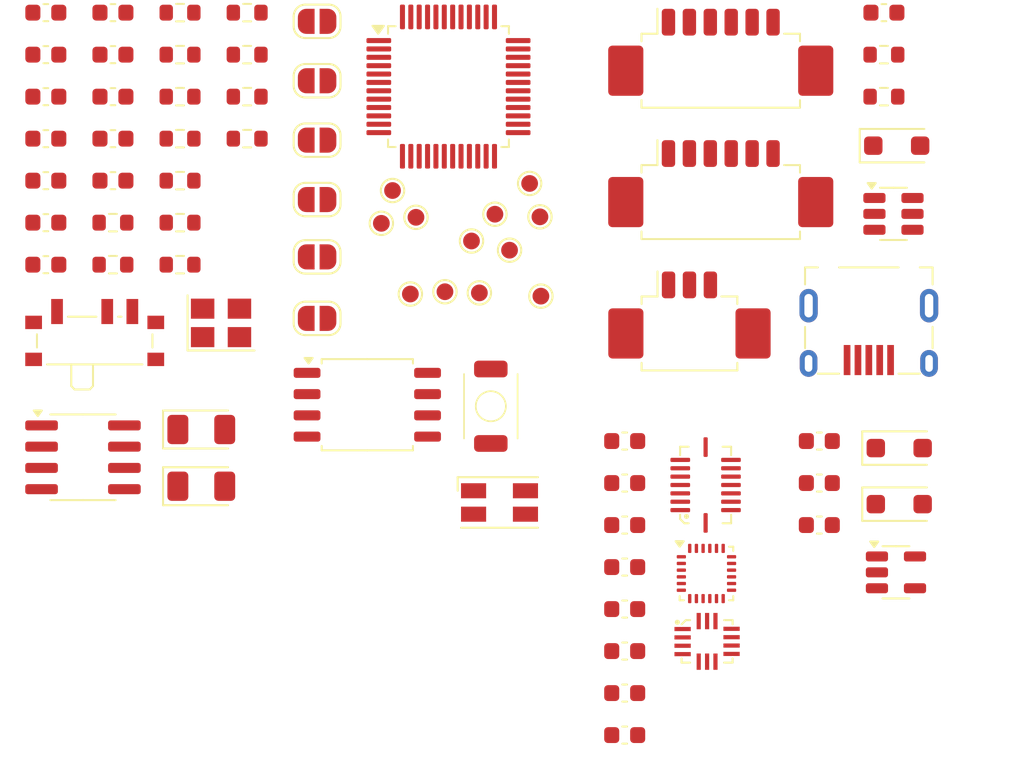
<source format=kicad_pcb>
(kicad_pcb (version 20240108) (generator "pcbnew") (generator_version "8.0")
  (layers (0 "F.Cu" signal) (31 "B.Cu" signal) (34 "B.Paste" user) (35 "F.Paste" user) (36 "B.SilkS" user "B.Silkscreen") (37 "F.SilkS" user "F.Silkscreen") (38 "B.Mask" user) (39 "F.Mask" user) (44 "Edge.Cuts" user))
  (net 0 "")
  (net 1 "GND")
  (net 2 "NRST")
  (net 3 "VDD_3V3")
  (net 4 "RCC_OSC_IN")
  (net 5 "RCC_OSC_OUT")
  (net 6 "Net-(U4-BYP)")
  (net 7 "Net-(D4-K)")
  (net 8 "VDD_5V_USB")
  (net 9 "Net-(U8-REGOUT)")
  (net 10 "Net-(D1-K)")
  (net 11 "Net-(D2-GK)")
  (net 12 "Net-(D2-RK)")
  (net 13 "Net-(D2-BK)")
  (net 14 "Net-(D3-K)")
  (net 15 "VDD_7V0")
  (net 16 "Net-(D6-K)")
  (net 17 "UART1_TX")
  (net 18 "CAN+")
  (net 19 "CAN-")
  (net 20 "/Connectors/usb_conn_d-")
  (net 21 "/Connectors/usb_conn_d+")
  (net 23 "UART1_RX")
  (net 24 "ADDR_0")
  (net 25 "ADDR_1")
  (net 26 "Net-(JP3-B)")
  (net 27 "ADDR_2")
  (net 28 "ADDR_3")
  (net 29 "ADDR_4")
  (net 30 "Net-(SW2-B)")
  (net 31 "BOOT0")
  (net 32 "LED_RGB_BLUE")
  (net 33 "LED")
  (net 34 "LED_RGB_GREEN")
  (net 35 "LED_RGB_RED")
  (net 36 "USB_D+")
  (net 37 "VBUS_DETECT")
  (net 38 "SPI_CLK")
  (net 39 "SPI_MISO")
  (net 40 "SPI_MOSI")
  (net 41 "ICM42688P_CS")
  (net 42 "MPU9250_CS")
  (net 43 "BMI088G_CS")
  (net 44 "BMI088A_CS")
  (net 45 "DEBUG_SWO")
  (net 46 "DEBUG_SWCLK")
  (net 47 "DEBUG_SWDIO")
  (net 48 "FLASH_CS")
  (net 49 "CAN_TX")
  (net 51 "CAN_RX")
  (net 71 "USB_D-")
  (net 83 "BMI088_INT2")
  (net 84 "BMI088_INT4")
  (net 85 "BMI088_INT1")
  (net 86 "BMI088_INT3")
  (net 87 "ICM42688P_INT1")
  (net 92 "ICM42688P_INT2")
  (net 94 "MPU9250_INT")
  (footprint "Diode_SMD:D_SOD-123F" (layer "F.Cu") (at 151.2575 77.425)
    (property "Reference" "D4" (hide yes))
    (property "Value" "PMEG2020EH")
    (pad "1" smd roundrect (at -1.4 0) (size 1.1 1.1) (layers "F.Cu" "F.Paste" "F.Mask") (roundrect_rratio 0.2272727273) (net 7 "Net-(D4-K)"))
    (pad "2" smd roundrect (at 1.4 0) (size 1.1 1.1) (layers "F.Cu" "F.Paste" "F.Mask") (roundrect_rratio 0.2272727273) (net 15 "VDD_7V0"))
  )
  (footprint "Capacitor_SMD:C_0603_1608Metric" (layer "F.Cu") (at 104.2725 51.405)
    (property "Reference" "C8" (hide yes))
    (property "Value" "1u")
    (pad "1" smd roundrect (at -0.775 0) (size 0.9 0.95) (layers "F.Cu" "F.Paste" "F.Mask") (net 1 "GND"))
    (pad "2" smd roundrect (at 0.775 0) (size 0.9 0.95) (layers "F.Cu" "F.Paste" "F.Mask") (net 3 "VDD_3V3"))
  )
  (footprint "Capacitor_SMD:C_0603_1608Metric" (layer "F.Cu") (at 134.8525 84.535)
    (property "Reference" "C20" (hide yes))
    (property "Value" "100n")
    (pad "1" smd roundrect (at -0.775 0) (size 0.9 0.95) (layers "F.Cu" "F.Paste" "F.Mask") (net 3 "VDD_3V3"))
    (pad "2" smd roundrect (at 0.775 0) (size 0.9 0.95) (layers "F.Cu" "F.Paste" "F.Mask") (net 1 "GND"))
  )
  (footprint "LED_SMD:LED_1206_3216Metric" (layer "F.Cu") (at 109.5525 76.315)
    (property "Reference" "D1" (hide yes))
    (property "Value" "LED")
    (pad "1" smd roundrect (at -1.4 0) (size 1.25 1.75) (layers "F.Cu" "F.Paste" "F.Mask") (roundrect_rratio 0.2) (net 10 "Net-(D1-K)"))
    (pad "2" smd roundrect (at 1.4 0) (size 1.25 1.75) (layers "F.Cu" "F.Paste" "F.Mask") (roundrect_rratio 0.2) (net 3 "VDD_3V3"))
  )
  (footprint "Capacitor_SMD:C_0603_1608Metric" (layer "F.Cu") (at 100.2625 66.465)
    (property "Reference" "C7" (hide yes))
    (property "Value" "10n")
    (pad "1" smd roundrect (at -0.775 0) (size 0.9 0.95) (layers "F.Cu" "F.Paste" "F.Mask") (net 1 "GND"))
    (pad "2" smd roundrect (at 0.775 0) (size 0.9 0.95) (layers "F.Cu" "F.Paste" "F.Mask") (net 3 "VDD_3V3"))
  )
  (footprint "Resistor_SMD:R_0603_1608Metric" (layer "F.Cu") (at 112.2925 58.935 180)
    (property "Reference" "R13" (hide yes))
    (property "Value" "120")
    (pad "1" smd roundrect (at -0.825 0 180) (size 0.8 0.95) (layers "F.Cu" "F.Paste" "F.Mask") (net 18 "CAN+"))
    (pad "2" smd roundrect (at 0.825 0 180) (size 0.8 0.95) (layers "F.Cu" "F.Paste" "F.Mask") (net 26 "Net-(JP3-B)"))
  )
  (footprint "user_lib:LGA-14_2.5x3x0.91mm" (layer "F.Cu") (at 139.776 88.975)
    (property "Reference" "U7" (hide yes))
    (property "Value" "ICM-42688-P")
    (pad "1" smd rect (at -1.4625 -0.738) (size 0.975 0.25) (layers "F.Cu" "F.Paste" "F.Mask") (net 39 "SPI_MISO"))
    (pad "2" smd rect (at -1.4625 -0.238) (size 0.975 0.25) (layers "F.Cu" "F.Paste" "F.Mask"))
    (pad "3" smd rect (at -1.4625 0.262) (size 0.975 0.25) (layers "F.Cu" "F.Paste" "F.Mask"))
    (pad "4" smd rect (at -1.4625 0.762) (size 0.975 0.25) (layers "F.Cu" "F.Paste" "F.Mask") (net 87 "ICM42688P_INT1"))
    (pad "5" smd rect (at -0.5 1.2125 90) (size 0.975 0.25) (layers "F.Cu" "F.Paste" "F.Mask") (net 3 "VDD_3V3"))
    (pad "6" smd rect (at 0 1.2125 90) (size 0.975 0.25) (layers "F.Cu" "F.Paste" "F.Mask") (net 1 "GND"))
    (pad "7" smd rect (at 0.5 1.2125 90) (size 0.975 0.25) (layers "F.Cu" "F.Paste" "F.Mask") (net 1 "GND"))
    (pad "8" smd rect (at 1.4625 0.75) (size 0.975 0.25) (layers "F.Cu" "F.Paste" "F.Mask") (net 3 "VDD_3V3"))
    (pad "9" smd rect (at 1.4625 0.25) (size 0.975 0.25) (layers "F.Cu" "F.Paste" "F.Mask") (net 92 "ICM42688P_INT2"))
    (pad "10" smd rect (at 1.4625 -0.25) (size 0.975 0.25) (layers "F.Cu" "F.Paste" "F.Mask"))
    (pad "11" smd rect (at 1.4625 -0.75) (size 0.975 0.25) (layers "F.Cu" "F.Paste" "F.Mask"))
    (pad "12" smd rect (at 0.5 -1.2125 90) (size 0.975 0.25) (layers "F.Cu" "F.Paste" "F.Mask") (net 41 "ICM42688P_CS"))
    (pad "13" smd rect (at 0 -1.2125 90) (size 0.975 0.25) (layers "F.Cu" "F.Paste" "F.Mask") (net 38 "SPI_CLK"))
    (pad "14" smd rect (at -0.5 -1.2125 90) (size 0.975 0.25) (layers "F.Cu" "F.Paste" "F.Mask") (net 40 "SPI_MOSI"))
  )
  (footprint "Capacitor_SMD:C_0603_1608Metric" (layer "F.Cu") (at 104.2725 61.445)
    (property "Reference" "C12" (hide yes))
    (property "Value" "100n")
    (pad "1" smd roundrect (at -0.775 0) (size 0.9 0.95) (layers "F.Cu" "F.Paste" "F.Mask") (net 1 "GND"))
    (pad "2" smd roundrect (at 0.775 0) (size 0.9 0.95) (layers "F.Cu" "F.Paste" "F.Mask") (net 3 "VDD_3V3"))
  )
  (footprint "Resistor_SMD:R_0603_1608Metric" (layer "F.Cu") (at 108.2825 63.955)
    (property "Reference" "R8" (hide yes))
    (property "Value" "10k")
    (pad "1" smd roundrect (at -0.825 0) (size 0.8 0.95) (layers "F.Cu" "F.Paste" "F.Mask") (net 29 "ADDR_4"))
    (pad "2" smd roundrect (at 0.825 0) (size 0.8 0.95) (layers "F.Cu" "F.Paste" "F.Mask") (net 3 "VDD_3V3"))
  )
  (footprint "Capacitor_SMD:C_0603_1608Metric" (layer "F.Cu") (at 134.8525 94.575)
    (property "Reference" "C24" (hide yes))
    (property "Value" "100n")
    (pad "1" smd roundrect (at -0.775 0) (size 0.9 0.95) (layers "F.Cu" "F.Paste" "F.Mask") (net 9 "Net-(U8-REGOUT)"))
    (pad "2" smd roundrect (at 0.775 0) (size 0.9 0.95) (layers "F.Cu" "F.Paste" "F.Mask") (net 1 "GND"))
  )
  (footprint "Jumper:SolderJumper-2_P1.3mm_Open_RoundedPad1.0x1.5mm" (layer "F.Cu") (at 116.4725 69.675)
    (property "Reference" "JP6" (hide yes))
    (property "Value" "SolderJumper_2_Open")
    (pad "1" smd custom (at -0.65 0) (size 1 0.5) (layers "F.Cu" "F.Mask") (net 1 "GND") (options (clearance outline) (anchor rect)) (primitives (gr_circle (center 0 0.25) (end 0.5 0.25) (width 0) (fill yes)) (gr_circle (center 0 -0.25) (end 0.5 -0.25) (width 0) (fill yes)) (gr_poly (pts (xy 0.5 0.75) (xy 0 0.75) (xy 0 -0.75) (xy 0.5 -0.75)) (width 0) (fill yes))))
    (pad "2" smd custom (at 0.65 0) (size 1 0.5) (layers "F.Cu" "F.Mask") (net 29 "ADDR_4") (options (clearance outline) (anchor rect)) (primitives (gr_circle (center 0 0.25) (end 0.5 0.25) (width 0) (fill yes)) (gr_circle (center 0 -0.25) (end 0.5 -0.25) (width 0) (fill yes)) (gr_poly (pts (xy 0 0.75) (xy -0.5 0.75) (xy -0.5 -0.75) (xy 0 -0.75)) (width 0) (fill yes))))
  )
  (footprint "Capacitor_SMD:C_0603_1608Metric" (layer "F.Cu") (at 100.2625 56.425)
    (property "Reference" "C3" (hide yes))
    (property "Value" "100n")
    (pad "1" smd roundrect (at -0.775 0) (size 0.9 0.95) (layers "F.Cu" "F.Paste" "F.Mask") (net 1 "GND"))
    (pad "2" smd roundrect (at 0.775 0) (size 0.9 0.95) (layers "F.Cu" "F.Paste" "F.Mask") (net 3 "VDD_3V3"))
  )
  (footprint "Capacitor_SMD:C_0603_1608Metric" (layer "F.Cu") (at 146.4825 79.515)
    (property "Reference" "C14" (hide yes))
    (property "Value" "1u")
    (pad "1" smd roundrect (at -0.775 0) (size 0.9 0.95) (layers "F.Cu" "F.Paste" "F.Mask") (net 3 "VDD_3V3"))
    (pad "2" smd roundrect (at 0.775 0) (size 0.9 0.95) (layers "F.Cu" "F.Paste" "F.Mask") (net 1 "GND"))
  )
  (footprint "Capacitor_SMD:C_0603_1608Metric" (layer "F.Cu") (at 100.2625 53.915)
    (property "Reference" "C2" (hide yes))
    (property "Value" "100n")
    (pad "1" smd roundrect (at -0.775 0) (size 0.9 0.95) (layers "F.Cu" "F.Paste" "F.Mask") (net 1 "GND"))
    (pad "2" smd roundrect (at 0.775 0) (size 0.9 0.95) (layers "F.Cu" "F.Paste" "F.Mask") (net 3 "VDD_3V3"))
  )
  (footprint "Package_TO_SOT_SMD:SOT-23-5" (layer "F.Cu") (at 151.0625 84.85)
    (property "Reference" "U4" (hide yes))
    (property "Value" "LD3985M33R_SOT23")
    (pad "1" smd roundrect (at -1.1375 -0.95) (size 1.325 0.6) (layers "F.Cu" "F.Paste" "F.Mask") (net 7 "Net-(D4-K)"))
    (pad "2" smd roundrect (at -1.1375 0) (size 1.325 0.6) (layers "F.Cu" "F.Paste" "F.Mask") (net 1 "GND"))
    (pad "3" smd roundrect (at -1.1375 0.95) (size 1.325 0.6) (layers "F.Cu" "F.Paste" "F.Mask") (net 7 "Net-(D4-K)"))
    (pad "4" smd roundrect (at 1.1375 0.95) (size 1.325 0.6) (layers "F.Cu" "F.Paste" "F.Mask") (net 6 "Net-(U4-BYP)"))
    (pad "5" smd roundrect (at 1.1375 -0.95) (size 1.325 0.6) (layers "F.Cu" "F.Paste" "F.Mask") (net 3 "VDD_3V3"))
  )
  (footprint "TestPoint:TestPoint_Pad_D1.0mm" (layer "F.Cu") (at 122.38 63.635)
    (property "Reference" "TP2" (hide yes))
    (property "Value" "TestPoint")
    (pad "1" smd circle (at 0 0) (size 1 1) (layers "F.Cu" "F.Mask") (net 39 "SPI_MISO"))
  )
  (footprint "Resistor_SMD:R_0603_1608Metric" (layer "F.Cu") (at 108.2825 56.425)
    (property "Reference" "R5" (hide yes))
    (property "Value" "220")
    (pad "1" smd roundrect (at -0.825 0) (size 0.8 0.95) (layers "F.Cu" "F.Paste" "F.Mask") (net 12 "Net-(D2-RK)"))
    (pad "2" smd roundrect (at 0.825 0) (size 0.8 0.95) (layers "F.Cu" "F.Paste" "F.Mask") (net 35 "LED_RGB_RED"))
  )
  (footprint "Capacitor_SMD:C_0603_1608Metric" (layer "F.Cu") (at 146.4825 77.005)
    (property "Reference" "C13" (hide yes))
    (property "Value" "10n")
    (pad "1" smd roundrect (at -0.775 0) (size 0.9 0.95) (layers "F.Cu" "F.Paste" "F.Mask") (net 6 "Net-(U4-BYP)"))
    (pad "2" smd roundrect (at 0.775 0) (size 0.9 0.95) (layers "F.Cu" "F.Paste" "F.Mask") (net 1 "GND"))
  )
  (footprint "Capacitor_SMD:C_0603_1608Metric" (layer "F.Cu") (at 134.8525 87.045)
    (property "Reference" "C21" (hide yes))
    (property "Value" "100n")
    (pad "1" smd roundrect (at -0.775 0) (size 0.9 0.95) (layers "F.Cu" "F.Paste" "F.Mask") (net 3 "VDD_3V3"))
    (pad "2" smd roundrect (at 0.775 0) (size 0.9 0.95) (layers "F.Cu" "F.Paste" "F.Mask") (net 1 "GND"))
  )
  (footprint "LED_SMD:LED_1206_3216Metric" (layer "F.Cu") (at 109.5525 79.705)
    (property "Reference" "D3" (hide yes))
    (property "Value" "LED")
    (pad "1" smd roundrect (at -1.4 0) (size 1.25 1.75) (layers "F.Cu" "F.Paste" "F.Mask") (roundrect_rratio 0.2) (net 14 "Net-(D3-K)"))
    (pad "2" smd roundrect (at 1.4 0) (size 1.25 1.75) (layers "F.Cu" "F.Paste" "F.Mask") (roundrect_rratio 0.2) (net 3 "VDD_3V3"))
  )
  (footprint "Capacitor_SMD:C_0603_1608Metric" (layer "F.Cu") (at 104.2725 58.935)
    (property "Reference" "C11" (hide yes))
    (property "Value" "100n")
    (pad "1" smd roundrect (at -0.775 0) (size 0.9 0.95) (layers "F.Cu" "F.Paste" "F.Mask") (net 1 "GND"))
    (pad "2" smd roundrect (at 0.775 0) (size 0.9 0.95) (layers "F.Cu" "F.Paste" "F.Mask") (net 3 "VDD_3V3"))
  )
  (footprint "Diode_SMD:D_SOD-123F" (layer "F.Cu") (at 151.1075 59.355)
    (property "Reference" "D6" (hide yes))
    (property "Value" "PMEG2020EH")
    (pad "1" smd roundrect (at -1.4 0) (size 1.1 1.1) (layers "F.Cu" "F.Paste" "F.Mask") (roundrect_rratio 0.2272727273) (net 16 "Net-(D6-K)"))
    (pad "2" smd roundrect (at 1.4 0) (size 1.1 1.1) (layers "F.Cu" "F.Paste" "F.Mask") (roundrect_rratio 0.2272727273) (net 17 "UART1_TX"))
  )
  (footprint "LED_SMD:LED_RGB_Wuerth-PLCC4_3.2x2.8mm_150141M173100" (layer "F.Cu") (at 127.3725 80.675)
    (property "Reference" "D2" (hide yes))
    (property "Value" "LED_RGBA")
    (pad "1" smd rect (at 1.55 0.7) (size 1.5 0.9) (layers "F.Cu" "F.Paste" "F.Mask") (net 12 "Net-(D2-RK)"))
    (pad "2" smd rect (at 1.55 -0.7) (size 1.5 0.9) (layers "F.Cu" "F.Paste" "F.Mask") (net 11 "Net-(D2-GK)"))
    (pad "3" smd rect (at -1.55 -0.7) (size 1.5 0.9) (layers "F.Cu" "F.Paste" "F.Mask") (net 13 "Net-(D2-BK)"))
    (pad "4" smd rect (at -1.55 0.7) (size 1.5 0.9) (layers "F.Cu" "F.Paste" "F.Mask") (net 3 "VDD_3V3"))
  )
  (footprint "Resistor_SMD:R_0603_1608Metric" (layer "F.Cu") (at 150.3425 56.425)
    (property "Reference" "R15" (hide yes))
    (property "Value" "10k")
    (pad "1" smd roundrect (at -0.825 0) (size 0.8 0.95) (layers "F.Cu" "F.Paste" "F.Mask") (net 37 "VBUS_DETECT"))
    (pad "2" smd roundrect (at 0.825 0) (size 0.8 0.95) (layers "F.Cu" "F.Paste" "F.Mask") (net 1 "GND"))
  )
  (footprint "Capacitor_SMD:C_0603_1608Metric" (layer "F.Cu") (at 100.2625 51.405)
    (property "Reference" "C1" (hide yes))
    (property "Value" "100n")
    (pad "1" smd roundrect (at -0.775 0) (size 0.9 0.95) (layers "F.Cu" "F.Paste" "F.Mask") (net 1 "GND"))
    (pad "2" smd roundrect (at 0.775 0) (size 0.9 0.95) (layers "F.Cu" "F.Paste" "F.Mask") (net 2 "NRST"))
  )
  (footprint "user_lib:U-F-M5DD-W-2-SUS" (layer "F.Cu") (at 149.4405 68.915)
    (property "Reference" "J3" (hide yes))
    (property "Value" "USB_B_Micro")
    (pad "" np_thru_hole circle (at -2 2.15 180) (size 0.5 0.5) (drill 0.5) (layers "F&B.Cu" "*.Mask"))
    (pad "" np_thru_hole circle (at 2 2.15 180) (size 0.5 0.5) (drill 0.5) (layers "F&B.Cu" "*.Mask"))
    (pad "1" smd rect (at 1.3 3.25) (size 0.4 1.8) (layers "F.Cu" "F.Paste" "F.Mask") (net 8 "VDD_5V_USB"))
    (pad "2" smd rect (at 0.65 3.25) (size 0.4 1.8) (layers "F.Cu" "F.Paste" "F.Mask") (net 20 "/Connectors/usb_conn_d-"))
    (pad "3" smd rect (at 0 3.25) (size 0.4 1.8) (layers "F.Cu" "F.Paste" "F.Mask") (net 21 "/Connectors/usb_conn_d+"))
    (pad "4" smd rect (at -0.65 3.25) (size 0.4 1.8) (layers "F.Cu" "F.Paste" "F.Mask"))
    (pad "5" smd rect (at -1.3 3.25) (size 0.4 1.8) (layers "F.Cu" "F.Paste" "F.Mask") (net 1 "GND"))
    (pad "6" thru_hole oval (at -3.6 0 180) (size 1.09 2) (drill oval 0.5 1.4) (layers "*.Cu" "*.Mask") (net 1 "GND"))
    (pad "6" thru_hole oval (at -3.6 3.45 180) (size 1.05 1.6) (drill oval 0.45 1) (layers "*.Cu" "*.Mask") (net 1 "GND"))
    (pad "6" thru_hole oval (at 3.6 0 180) (size 1.09 2) (drill oval 0.5 1.4) (layers "*.Cu" "*.Mask") (net 1 "GND"))
    (pad "6" thru_hole oval (at 3.6 3.45 180) (size 1.05 1.6) (drill oval 0.45 1) (layers "*.Cu" "*.Mask") (net 1 "GND"))
  )
  (footprint "user_lib:LGA-16_3x4.5x0.95mm" (layer "F.Cu") (at 139.688 79.631)
    (property "Reference" "U6" (hide yes))
    (property "Value" "BMI088")
    (pad "1" smd roundrect (at -1.515 1.5 180) (size 1.175 0.25) (layers "F.Cu" "F.Paste" "F.Mask") (net 83 "BMI088_INT2"))
    (pad "2" smd roundrect (at -1.515 1 180) (size 1.175 0.25) (layers "F.Cu" "F.Paste" "F.Mask"))
    (pad "3" smd roundrect (at -1.515 0.5 180) (size 1.175 0.25) (layers "F.Cu" "F.Paste" "F.Mask") (net 3 "VDD_3V3"))
    (pad "4" smd roundrect (at -1.515 0 180) (size 1.175 0.25) (layers "F.Cu" "F.Paste" "F.Mask") (net 1 "GND"))
    (pad "5" smd roundrect (at -1.515 -0.5 180) (size 1.175 0.25) (layers "F.Cu" "F.Paste" "F.Mask") (net 43 "BMI088G_CS"))
    (pad "6" smd roundrect (at -1.515 -1 180) (size 1.175 0.25) (layers "F.Cu" "F.Paste" "F.Mask") (net 1 "GND"))
    (pad "7" smd roundrect (at -1.515 -1.5 180) (size 1.175 0.25) (layers "F.Cu" "F.Paste" "F.Mask") (net 1 "GND"))
    (pad "8" smd roundrect (at 0 -2.265 90) (size 1.175 0.25) (layers "F.Cu" "F.Paste" "F.Mask") (net 38 "SPI_CLK"))
    (pad "9" smd roundrect (at 1.515 -1.5 180) (size 1.175 0.25) (layers "F.Cu" "F.Paste" "F.Mask") (net 40 "SPI_MOSI"))
    (pad "10" smd roundrect (at 1.515 -1 180) (size 1.175 0.25) (layers "F.Cu" "F.Paste" "F.Mask") (net 39 "SPI_MISO"))
    (pad "11" smd roundrect (at 1.515 -0.5 180) (size 1.175 0.25) (layers "F.Cu" "F.Paste" "F.Mask") (net 3 "VDD_3V3"))
    (pad "12" smd roundrect (at 1.515 0 180) (size 1.175 0.25) (layers "F.Cu" "F.Paste" "F.Mask") (net 86 "BMI088_INT3"))
    (pad "13" smd roundrect (at 1.515 0.5 180) (size 1.175 0.25) (layers "F.Cu" "F.Paste" "F.Mask") (net 84 "BMI088_INT4"))
    (pad "14" smd roundrect (at 1.515 1 180) (size 1.175 0.25) (layers "F.Cu" "F.Paste" "F.Mask") (net 44 "BMI088A_CS"))
    (pad "15" smd roundrect (at 1.515 1.5 180) (size 1.175 0.25) (layers "F.Cu" "F.Paste" "F.Mask") (net 39 "SPI_MISO"))
    (pad "16" smd roundrect (at 0 2.265 90) (size 1.175 0.25) (layers "F.Cu" "F.Paste" "F.Mask") (net 85 "BMI088_INT1"))
  )
  (footprint "Button_Switch_SMD:SW_SPDT_PCM12" (layer "F.Cu") (at 103.1825 70.695)
    (property "Reference" "SW2" (hide yes))
    (property "Value" "SW_SPDT")
    (pad "" smd rect (at -3.65 -0.78) (size 1 0.8) (layers "F.Cu" "F.Paste" "F.Mask"))
    (pad "" smd rect (at -3.65 1.43) (size 1 0.8) (layers "F.Cu" "F.Paste" "F.Mask"))
    (pad "" np_thru_hole circle (at -1.5 0.33) (size 0.9 0.9) (drill 0.9) (layers "*.Cu" "*.Mask"))
    (pad "" np_thru_hole circle (at 1.5 0.33) (size 0.9 0.9) (drill 0.9) (layers "*.Cu" "*.Mask"))
    (pad "" smd rect (at 3.65 -0.78) (size 1 0.8) (layers "F.Cu" "F.Paste" "F.Mask"))
    (pad "" smd rect (at 3.65 1.43) (size 1 0.8) (layers "F.Cu" "F.Paste" "F.Mask"))
    (pad "1" smd rect (at -2.25 -1.43) (size 0.7 1.5) (layers "F.Cu" "F.Paste" "F.Mask") (net 1 "GND"))
    (pad "2" smd rect (at 0.75 -1.43) (size 0.7 1.5) (layers "F.Cu" "F.Paste" "F.Mask") (net 30 "Net-(SW2-B)"))
    (pad "3" smd rect (at 2.25 -1.43) (size 0.7 1.5) (layers "F.Cu" "F.Paste" "F.Mask") (net 3 "VDD_3V3"))
  )
  (footprint "TestPoint:TestPoint_Pad_D1.0mm" (layer "F.Cu") (at 129.845 68.346)
    (property "Reference" "TP11" (hide yes))
    (property "Value" "TestPoint")
    (pad "1" smd circle (at 0 0) (size 1 1) (layers "F.Cu" "F.Mask") (net 1 "GND"))
  )
  (footprint "Capacitor_SMD:C_0603_1608Metric" (layer "F.Cu") (at 134.8525 89.555)
    (property "Reference" "C22" (hide yes))
    (property "Value" "100n")
    (pad "1" smd roundrect (at -0.775 0) (size 0.9 0.95) (layers "F.Cu" "F.Paste" "F.Mask") (net 3 "VDD_3V3"))
    (pad "2" smd roundrect (at 0.775 0) (size 0.9 0.95) (layers "F.Cu" "F.Paste" "F.Mask") (net 1 "GND"))
  )
  (footprint "Resistor_SMD:R_0603_1608Metric" (layer "F.Cu") (at 112.2925 53.915)
    (property "Reference" "R11" (hide yes))
    (property "Value" "10k")
    (pad "1" smd roundrect (at -0.825 0) (size 0.8 0.95) (layers "F.Cu" "F.Paste" "F.Mask") (net 25 "ADDR_1"))
    (pad "2" smd roundrect (at 0.825 0) (size 0.8 0.95) (layers "F.Cu" "F.Paste" "F.Mask") (net 3 "VDD_3V3"))
  )
  (footprint "Connector_Molex:Molex_PicoBlade_53261-0671_1x06-1MP_P1.25mm_Horizontal" (layer "F.Cu") (at 140.5925 62.225)
    (property "Reference" "J2" (hide yes))
    (property "Value" "532610671")
    (pad "1" smd roundrect (at -3.125 -2.4) (size 0.8 1.6) (layers "F.Cu" "F.Paste" "F.Mask") (net 15 "VDD_7V0"))
    (pad "2" smd roundrect (at -1.875 -2.4) (size 0.8 1.6) (layers "F.Cu" "F.Paste" "F.Mask") (net 15 "VDD_7V0"))
    (pad "3" smd roundrect (at -0.625 -2.4) (size 0.8 1.6) (layers "F.Cu" "F.Paste" "F.Mask") (net 19 "CAN-"))
    (pad "4" smd roundrect (at 0.625 -2.4) (size 0.8 1.6) (layers "F.Cu" "F.Paste" "F.Mask") (net 18 "CAN+"))
    (pad "5" smd roundrect (at 1.875 -2.4) (size 0.8 1.6) (layers "F.Cu" "F.Paste" "F.Mask") (net 1 "GND"))
    (pad "6" smd roundrect (at 3.125 -2.4) (size 0.8 1.6) (layers "F.Cu" "F.Paste" "F.Mask") (net 1 "GND"))
    (pad "MP" smd roundrect (at -5.675 0.5) (size 2.1 3) (layers "F.Cu" "F.Paste" "F.Mask") (roundrect_rratio 0.119048))
    (pad "MP" smd roundrect (at 5.675 0.5) (size 2.1 3) (layers "F.Cu" "F.Paste" "F.Mask") (roundrect_rratio 0.119048))
  )
  (footprint "Capacitor_SMD:C_0603_1608Metric" (layer "F.Cu") (at 100.2625 63.955)
    (property "Reference" "C6" (hide yes))
    (property "Value" "4u7")
    (pad "1" smd roundrect (at -0.775 0) (size 0.9 0.95) (layers "F.Cu" "F.Paste" "F.Mask") (net 1 "GND"))
    (pad "2" smd roundrect (at 0.775 0) (size 0.9 0.95) (layers "F.Cu" "F.Paste" "F.Mask") (net 3 "VDD_3V3"))
  )
  (footprint "TestPoint:TestPoint_Pad_D1.0mm" (layer "F.Cu") (at 125.698 65.05)
    (property "Reference" "TP6" (hide yes))
    (property "Value" "TestPoint")
    (pad "1" smd circle (at 0 0) (size 1 1) (layers "F.Cu" "F.Mask") (net 43 "BMI088G_CS"))
  )
  (footprint "TestPoint:TestPoint_Pad_D1.0mm" (layer "F.Cu") (at 122.045 68.219)
    (property "Reference" "TP10" (hide yes))
    (property "Value" "TestPoint")
    (pad "1" smd circle (at 0 0) (size 1 1) (layers "F.Cu" "F.Mask") (net 47 "DEBUG_SWDIO"))
  )
  (footprint "Capacitor_SMD:C_0603_1608Metric" (layer "F.Cu") (at 100.2625 58.935)
    (property "Reference" "C4" (hide yes))
    (property "Value" "100n")
    (pad "1" smd roundrect (at -0.775 0) (size 0.9 0.95) (layers "F.Cu" "F.Paste" "F.Mask") (net 1 "GND"))
    (pad "2" smd roundrect (at 0.775 0) (size 0.9 0.95) (layers "F.Cu" "F.Paste" "F.Mask") (net 3 "VDD_3V3"))
  )
  (footprint "Resistor_SMD:R_0603_1608Metric" (layer "F.Cu") (at 108.2825 53.915)
    (property "Reference" "R4" (hide yes))
    (property "Value" "220")
    (pad "1" smd roundrect (at -0.825 0) (size 0.8 0.95) (layers "F.Cu" "F.Paste" "F.Mask") (net 11 "Net-(D2-GK)"))
    (pad "2" smd roundrect (at 0.825 0) (size 0.8 0.95) (layers "F.Cu" "F.Paste" "F.Mask") (net 34 "LED_RGB_GREEN"))
  )
  (footprint "TestPoint:TestPoint_Pad_D1.0mm" (layer "F.Cu") (at 120.98 62.035)
    (property "Reference" "TP1" (hide yes))
    (property "Value" "TestPoint")
    (pad "1" smd circle (at 0 0) (size 1 1) (layers "F.Cu" "F.Mask") (net 38 "SPI_CLK"))
  )
  (footprint "Jumper:SolderJumper-2_P1.3mm_Open_RoundedPad1.0x1.5mm" (layer "F.Cu") (at 116.4725 59.025)
    (property "Reference" "JP3" (hide yes))
    (property "Value" "SolderJumper_2_Open")
    (pad "1" smd custom (at -0.65 0) (size 1 0.5) (layers "F.Cu" "F.Mask") (net 19 "CAN-") (options (clearance outline) (anchor rect)) (primitives (gr_circle (center 0 0.25) (end 0.5 0.25) (width 0) (fill yes)) (gr_circle (center 0 -0.25) (end 0.5 -0.25) (width 0) (fill yes)) (gr_poly (pts (xy 0.5 0.75) (xy 0 0.75) (xy 0 -0.75) (xy 0.5 -0.75)) (width 0) (fill yes))))
    (pad "2" smd custom (at 0.65 0) (size 1 0.5) (layers "F.Cu" "F.Mask") (net 26 "Net-(JP3-B)") (options (clearance outline) (anchor rect)) (primitives (gr_circle (center 0 0.25) (end 0.5 0.25) (width 0) (fill yes)) (gr_circle (center 0 -0.25) (end 0.5 -0.25) (width 0) (fill yes)) (gr_poly (pts (xy 0 0.75) (xy -0.5 0.75) (xy -0.5 -0.75) (xy 0 -0.75)) (width 0) (fill yes))))
  )
  (footprint "Resistor_SMD:R_0603_1608Metric" (layer "F.Cu") (at 108.2825 66.465)
    (property "Reference" "R9" (hide yes))
    (property "Value" "10k")
    (pad "1" smd roundrect (at -0.825 0) (size 0.8 0.95) (layers "F.Cu" "F.Paste" "F.Mask") (net 28 "ADDR_3"))
    (pad "2" smd roundrect (at 0.825 0) (size 0.8 0.95) (layers "F.Cu" "F.Paste" "F.Mask") (net 3 "VDD_3V3"))
  )
  (footprint "Resistor_SMD:R_0603_1608Metric" (layer "F.Cu") (at 112.2925 56.425)
    (property "Reference" "R12" (hide yes))
    (property "Value" "10k")
    (pad "1" smd roundrect (at -0.825 0) (size 0.8 0.95) (layers "F.Cu" "F.Paste" "F.Mask") (net 24 "ADDR_0"))
    (pad "2" smd roundrect (at 0.825 0) (size 0.8 0.95) (layers "F.Cu" "F.Paste" "F.Mask") (net 3 "VDD_3V3"))
  )
  (footprint "Jumper:SolderJumper-2_P1.3mm_Open_RoundedPad1.0x1.5mm" (layer "F.Cu") (at 116.4725 66)
    (property "Reference" "JP5" (hide yes))
    (property "Value" "SolderJumper_2_Open")
    (pad "1" smd custom (at -0.65 0) (size 1 0.5) (layers "F.Cu" "F.Mask") (net 1 "GND") (options (clearance outline) (anchor rect)) (primitives (gr_circle (center 0 0.25) (end 0.5 0.25) (width 0) (fill yes)) (gr_circle (center 0 -0.25) (end 0.5 -0.25) (width 0) (fill yes)) (gr_poly (pts (xy 0.5 0.75) (xy 0 0.75) (xy 0 -0.75) (xy 0.5 -0.75)) (width 0) (fill yes))))
    (pad "2" smd custom (at 0.65 0) (size 1 0.5) (layers "F.Cu" "F.Mask") (net 28 "ADDR_3") (options (clearance outline) (anchor rect)) (primitives (gr_circle (center 0 0.25) (end 0.5 0.25) (width 0) (fill yes)) (gr_circle (center 0 -0.25) (end 0.5 -0.25) (width 0) (fill yes)) (gr_poly (pts (xy 0 0.75) (xy -0.5 0.75) (xy -0.5 -0.75) (xy 0 -0.75)) (width 0) (fill yes))))
  )
  (footprint "Resistor_SMD:R_0603_1608Metric" (layer "F.Cu") (at 112.2925 51.405)
    (property "Reference" "R10" (hide yes))
    (property "Value" "10k")
    (pad "1" smd roundrect (at -0.825 0) (size 0.8 0.95) (layers "F.Cu" "F.Paste" "F.Mask") (net 27 "ADDR_2"))
    (pad "2" smd roundrect (at 0.825 0) (size 0.8 0.95) (layers "F.Cu" "F.Paste" "F.Mask") (net 3 "VDD_3V3"))
  )
  (footprint "Capacitor_SMD:C_0603_1608Metric" (layer "F.Cu") (at 150.3425 51.405)
    (property "Reference" "C16" (hide yes))
    (property "Value" "100n")
    (pad "1" smd roundrect (at -0.775 0) (size 0.9 0.95) (layers "F.Cu" "F.Paste" "F.Mask") (net 8 "VDD_5V_USB"))
    (pad "2" smd roundrect (at 0.775 0) (size 0.9 0.95) (layers "F.Cu" "F.Paste" "F.Mask") (net 1 "GND"))
  )
  (footprint "Capacitor_SMD:C_0603_1608Metric" (layer "F.Cu") (at 104.2725 56.425)
    (property "Reference" "C10" (hide yes))
    (property "Value" "8p")
    (pad "1" smd roundrect (at -0.775 0) (size 0.9 0.95) (layers "F.Cu" "F.Paste" "F.Mask") (net 1 "GND"))
    (pad "2" smd roundrect (at 0.775 0) (size 0.9 0.95) (layers "F.Cu" "F.Paste" "F.Mask") (net 5 "RCC_OSC_OUT"))
  )
  (footprint "Crystal:Crystal_SMD_3225-4Pin_3.2x2.5mm" (layer "F.Cu") (at 110.7325 69.945)
    (property "Reference" "Y1" (hide yes))
    (property "Value" "16MHz")
    (pad "1" smd rect (at -1.1 0.85) (size 1.4 1.2) (layers "F.Cu" "F.Paste" "F.Mask") (net 4 "RCC_OSC_IN"))
    (pad "2" smd rect (at 1.1 0.85) (size 1.4 1.2) (layers "F.Cu" "F.Paste" "F.Mask") (net 1 "GND"))
    (pad "3" smd rect (at 1.1 -0.85) (size 1.4 1.2) (layers "F.Cu" "F.Paste" "F.Mask") (net 5 "RCC_OSC_OUT"))
    (pad "4" smd rect (at -1.1 -0.85) (size 1.4 1.2) (layers "F.Cu" "F.Paste" "F.Mask") (net 1 "GND"))
  )
  (footprint "Package_SO:SOIC-8_3.9x4.9mm_P1.27mm" (layer "F.Cu") (at 102.4825 77.975)
    (property "Reference" "U1" (hide yes))
    (property "Value" "SN65HVD230")
    (pad "1" smd roundrect (at -2.475 -1.905) (size 1.95 0.6) (layers "F.Cu" "F.Paste" "F.Mask") (net 49 "CAN_TX"))
    (pad "2" smd roundrect (at -2.475 -0.635) (size 1.95 0.6) (layers "F.Cu" "F.Paste" "F.Mask") (net 1 "GND"))
    (pad "3" smd roundrect (at -2.475 0.635) (size 1.95 0.6) (layers "F.Cu" "F.Paste" "F.Mask") (net 3 "VDD_3V3"))
    (pad "4" smd roundrect (at -2.475 1.905) (size 1.95 0.6) (layers "F.Cu" "F.Paste" "F.Mask") (net 51 "CAN_RX"))
    (pad "5" smd roundrect (at 2.475 1.905) (size 1.95 0.6) (layers "F.Cu" "F.Paste" "F.Mask"))
    (pad "6" smd roundrect (at 2.475 0.635) (size 1.95 0.6) (layers "F.Cu" "F.Paste" "F.Mask") (net 19 "CAN-"))
    (pad "7" smd roundrect (at 2.475 -0.635) (size 1.95 0.6) (layers "F.Cu" "F.Paste" "F.Mask") (net 18 "CAN+"))
    (pad "8" smd roundrect (at 2.475 -1.905) (size 1.95 0.6) (layers "F.Cu" "F.Paste" "F.Mask") (net 1 "GND"))
  )
  (footprint "Sensor_Motion:InvenSense_QFN-24_3x3mm_P0.4mm" (layer "F.Cu") (at 139.738 84.919)
    (property "Reference" "U8" (hide yes))
    (property "Value" "MPU-9250")
    (pad "1" smd roundrect (at -1.5 -1) (size 0.55 0.2) (layers "F.Cu" "F.Paste" "F.Mask") (net 3 "VDD_3V3"))
    (pad "2" smd roundrect (at -1.5 -0.6) (size 0.55 0.2) (layers "F.Cu" "F.Paste" "F.Mask"))
    (pad "3" smd roundrect (at -1.5 -0.2) (size 0.55 0.2) (layers "F.Cu" "F.Paste" "F.Mask"))
    (pad "4" smd roundrect (at -1.5 0.2) (size 0.55 0.2) (layers "F.Cu" "F.Paste" "F.Mask"))
    (pad "5" smd roundrect (at -1.5 0.6) (size 0.55 0.2) (layers "F.Cu" "F.Paste" "F.Mask"))
    (pad "6" smd roundrect (at -1.5 1) (size 0.55 0.2) (layers "F.Cu" "F.Paste" "F.Mask"))
    (pad "7" smd roundrect (at -1 1.5 90) (size 0.55 0.2) (layers "F.Cu" "F.Paste" "F.Mask"))
    (pad "8" smd roundrect (at -0.6 1.5 90) (size 0.55 0.2) (layers "F.Cu" "F.Paste" "F.Mask") (net 3 "VDD_3V3"))
    (pad "9" smd roundrect (at -0.2 1.5 90) (size 0.55 0.2) (layers "F.Cu" "F.Paste" "F.Mask") (net 39 "SPI_MISO"))
    (pad "10" smd roundrect (at 0.2 1.5 90) (size 0.55 0.2) (layers "F.Cu" "F.Paste" "F.Mask") (net 9 "Net-(U8-REGOUT)"))
    (pad "11" smd roundrect (at 0.6 1.5 90) (size 0.55 0.2) (layers "F.Cu" "F.Paste" "F.Mask") (net 1 "GND"))
    (pad "12" smd roundrect (at 1 1.5 90) (size 0.55 0.2) (layers "F.Cu" "F.Paste" "F.Mask") (net 94 "MPU9250_INT"))
    (pad "13" smd roundrect (at 1.5 1) (size 0.55 0.2) (layers "F.Cu" "F.Paste" "F.Mask") (net 3 "VDD_3V3"))
    (pad "14" smd roundrect (at 1.5 0.6) (size 0.55 0.2) (layers "F.Cu" "F.Paste" "F.Mask"))
    (pad "15" smd roundrect (at 1.5 0.2) (size 0.55 0.2) (layers "F.Cu" "F.Paste" "F.Mask"))
    (pad "16" smd roundrect (at 1.5 -0.2) (size 0.55 0.2) (layers "F.Cu" "F.Paste" "F.Mask"))
    (pad "17" smd roundrect (at 1.5 -0.6) (size 0.55 0.2) (layers "F.Cu" "F.Paste" "F.Mask"))
    (pad "18" smd roundrect (at 1.5 -1) (size 0.55 0.2) (layers "F.Cu" "F.Paste" "F.Mask") (net 1 "GND"))
    (pad "19" smd roundrect (at 1 -1.5 90) (size 0.55 0.2) (layers "F.Cu" "F.Paste" "F.Mask"))
    (pad "20" smd roundrect (at 0.6 -1.5 90) (size 0.55 0.2) (layers "F.Cu" "F.Paste" "F.Mask") (net 1 "GND"))
    (pad "21" smd roundrect (at 0.2 -1.5 90) (size 0.55 0.2) (layers "F.Cu" "F.Paste" "F.Mask"))
    (pad "22" smd roundrect (at -0.2 -1.5 90) (size 0.55 0.2) (layers "F.Cu" "F.Paste" "F.Mask") (net 42 "MPU9250_CS"))
    (pad "23" smd roundrect (at -0.6 -1.5 90) (size 0.55 0.2) (layers "F.Cu" "F.Paste" "F.Mask") (net 38 "SPI_CLK"))
    (pad "24" smd roundrect (at -1 -1.5 90) (size 0.55 0.2) (layers "F.Cu" "F.Paste" "F.Mask") (net 40 "SPI_MOSI"))
  )
  (footprint "Jumper:SolderJumper-2_P1.3mm_Open_RoundedPad1.0x1.5mm" (layer "F.Cu") (at 116.4725 51.925)
    (property "Reference" "JP1" (hide yes))
    (property "Value" "SolderJumper_2_Open")
    (pad "1" smd custom (at -0.65 0) (size 1 0.5) (layers "F.Cu" "F.Mask") (net 1 "GND") (options (clearance outline) (anchor rect)) (primitives (gr_circle (center 0 0.25) (end 0.5 0.25) (width 0) (fill yes)) (gr_circle (center 0 -0.25) (end 0.5 -0.25) (width 0) (fill yes)) (gr_poly (pts (xy 0.5 0.75) (xy 0 0.75) (xy 0 -0.75) (xy 0.5 -0.75)) (width 0) (fill yes))))
    (pad "2" smd custom (at 0.65 0) (size 1 0.5) (layers "F.Cu" "F.Mask") (net 24 "ADDR_0") (options (clearance outline) (anchor rect)) (primitives (gr_circle (center 0 0.25) (end 0.5 0.25) (width 0) (fill yes)) (gr_circle (center 0 -0.25) (end 0.5 -0.25) (width 0) (fill yes)) (gr_poly (pts (xy 0 0.75) (xy -0.5 0.75) (xy -0.5 -0.75) (xy 0 -0.75)) (width 0) (fill yes))))
  )
  (footprint "TestPoint:TestPoint_Pad_D1.0mm" (layer "F.Cu") (at 127.972 65.6)
    (property "Reference" "TP12" (hide yes))
    (property "Value" "TestPoint")
    (pad "1" smd circle (at 0 0) (size 1 1) (layers "F.Cu" "F.Mask") (net 48 "FLASH_CS"))
  )
  (footprint "TestPoint:TestPoint_Pad_D1.0mm" (layer "F.Cu") (at 120.312 63.995)
    (property "Reference" "TP3" (hide yes))
    (property "Value" "TestPoint")
    (pad "1" smd circle (at 0 0) (size 1 1) (layers "F.Cu" "F.Mask") (net 40 "SPI_MOSI"))
  )
  (footprint "Capacitor_SMD:C_0603_1608Metric" (layer "F.Cu") (at 134.8525 79.515)
    (property "Reference" "C18" (hide yes))
    (property "Value" "2u2")
    (pad "1" smd roundrect (at -0.775 0) (size 0.9 0.95) (layers "F.Cu" "F.Paste" "F.Mask") (net 3 "VDD_3V3"))
    (pad "2" smd roundrect (at 0.775 0) (size 0.9 0.95) (layers "F.Cu" "F.Paste" "F.Mask") (net 1 "GND"))
  )
  (footprint "Capacitor_SMD:C_0603_1608Metric" (layer "F.Cu") (at 134.8525 77.005)
    (property "Reference" "C17" (hide yes))
    (property "Value" "100n")
    (pad "1" smd roundrect (at -0.775 0) (size 0.9 0.95) (layers "F.Cu" "F.Paste" "F.Mask") (net 3 "VDD_3V3"))
    (pad "2" smd roundrect (at 0.775 0) (size 0.9 0.95) (layers "F.Cu" "F.Paste" "F.Mask") (net 1 "GND"))
  )
  (footprint "TestPoint:TestPoint_Pad_D1.0mm" (layer "F.Cu") (at 127.098 63.45)
    (property "Reference" "TP5" (hide yes))
    (property "Value" "TestPoint")
    (pad "1" smd circle (at 0 0) (size 1 1) (layers "F.Cu" "F.Mask") (net 42 "MPU9250_CS"))
  )
  (footprint "user_lib:button_small" (layer "F.Cu") (at 126.8525 74.925)
    (property "Reference" "SW1" (hide yes))
    (property "Value" "SW_Push" (hide yes))
    (pad "1" smd roundrect (at 0 -2.225) (size 2 1) (layers "F.Cu" "F.Paste" "F.Mask") (net 1 "GND"))
    (pad "2" smd roundrect (at 0 2.225) (size 2 1) (layers "F.Cu" "F.Paste" "F.Mask") (net 2 "NRST"))
  )
  (footprint "Resistor_SMD:R_0603_1608Metric" (layer "F.Cu") (at 150.3425 53.915)
    (property "Reference" "R14" (hide yes))
    (property "Value" "10k")
    (pad "1" smd roundrect (at -0.825 0) (size 0.8 0.95) (layers "F.Cu" "F.Paste" "F.Mask") (net 8 "VDD_5V_USB"))
    (pad "2" smd roundrect (at 0.825 0) (size 0.8 0.95) (layers "F.Cu" "F.Paste" "F.Mask") (net 37 "VBUS_DETECT"))
  )
  (footprint "Resistor_SMD:R_0603_1608Metric" (layer "F.Cu") (at 108.2825 51.405)
    (property "Reference" "R3" (hide yes))
    (property "Value" "220")
    (pad "1" smd roundrect (at -0.825 0) (size 0.8 0.95) (layers "F.Cu" "F.Paste" "F.Mask") (net 10 "Net-(D1-K)"))
    (pad "2" smd roundrect (at 0.825 0) (size 0.8 0.95) (layers "F.Cu" "F.Paste" "F.Mask") (net 33 "LED"))
  )
  (footprint "Resistor_SMD:R_0603_1608Metric" (layer "F.Cu") (at 104.2725 63.955)
    (property "Reference" "R1" (hide yes))
    (property "Value" "10k")
    (pad "1" smd roundrect (at -0.825 0) (size 0.8 0.95) (layers "F.Cu" "F.Paste" "F.Mask") (net 31 "BOOT0"))
    (pad "2" smd roundrect (at 0.825 0) (size 0.8 0.95) (layers "F.Cu" "F.Paste" "F.Mask") (net 30 "Net-(SW2-B)"))
  )
  (footprint "Resistor_SMD:R_0603_1608Metric" (layer "F.Cu") (at 104.2725 66.465)
    (property "Reference" "R2" (hide yes))
    (property "Value" "220")
    (pad "1" smd roundrect (at -0.825 0) (size 0.8 0.95) (layers "F.Cu" "F.Paste" "F.Mask") (net 13 "Net-(D2-BK)"))
    (pad "2" smd roundrect (at 0.825 0) (size 0.8 0.95) (layers "F.Cu" "F.Paste" "F.Mask") (net 32 "LED_RGB_BLUE"))
  )
  (footprint "Capacitor_SMD:C_0603_1608Metric" (layer "F.Cu") (at 146.4825 82.025)
    (property "Reference" "C15" (hide yes))
    (property "Value" "1u")
    (pad "1" smd roundrect (at -0.775 0) (size 0.9 0.95) (layers "F.Cu" "F.Paste" "F.Mask") (net 7 "Net-(D4-K)"))
    (pad "2" smd roundrect (at 0.775 0) (size 0.9 0.95) (layers "F.Cu" "F.Paste" "F.Mask") (net 1 "GND"))
  )
  (footprint "Package_TO_SOT_SMD:SOT-23-6" (layer "F.Cu") (at 150.9125 63.43)
    (property "Reference" "U5" (hide yes))
    (property "Value" "USBLC6-2SC6")
    (pad "1" smd roundrect (at -1.1375 -0.95) (size 1.325 0.6) (layers "F.Cu" "F.Paste" "F.Mask") (net 36 "USB_D+"))
    (pad "2" smd roundrect (at -1.1375 0) (size 1.325 0.6) (layers "F.Cu" "F.Paste" "F.Mask") (net 1 "GND"))
    (pad "3" smd roundrect (at -1.1375 0.95) (size 1.325 0.6) (layers "F.Cu" "F.Paste" "F.Mask") (net 71 "USB_D-"))
    (pad "4" smd roundrect (at 1.1375 0.95) (size 1.325 0.6) (layers "F.Cu" "F.Paste" "F.Mask") (net 20 "/Connectors/usb_conn_d-"))
    (pad "5" smd roundrect (at 1.1375 0) (size 1.325 0.6) (layers "F.Cu" "F.Paste" "F.Mask") (net 8 "VDD_5V_USB"))
    (pad "6" smd roundrect (at 1.1375 -0.95) (size 1.325 0.6) (layers "F.Cu" "F.Paste" "F.Mask") (net 21 "/Connectors/usb_conn_d+"))
  )
  (footprint "Package_SO:SOIC-8_5.23x5.23mm_P1.27mm" (layer "F.Cu") (at 119.4725 74.835)
    (property "Reference" "U3" (hide yes))
    (property "Value" "W25Q32FVSSIG")
    (pad "1" smd roundrect (at -3.6 -1.905) (size 1.6 0.6) (layers "F.Cu" "F.Paste" "F.Mask") (net 48 "FLASH_CS"))
    (pad "2" smd roundrect (at -3.6 -0.635) (size 1.6 0.6) (layers "F.Cu" "F.Paste" "F.Mask") (net 39 "SPI_MISO"))
    (pad "3" smd roundrect (at -3.6 0.635) (size 1.6 0.6) (layers "F.Cu" "F.Paste" "F.Mask"))
    (pad "4" smd roundrect (at -3.6 1.905) (size 1.6 0.6) (layers "F.Cu" "F.Paste" "F.Mask") (net 1 "GND"))
    (pad "5" smd roundrect (at 3.6 1.905) (size 1.6 0.6) (layers "F.Cu" "F.Paste" "F.Mask") (net 40 "SPI_MOSI"))
    (pad "6" smd roundrect (at 3.6 0.635) (size 1.6 0.6) (layers "F.Cu" "F.Paste" "F.Mask") (net 38 "SPI_CLK"))
    (pad "7" smd roundrect (at 3.6 -0.635) (size 1.6 0.6) (layers "F.Cu" "F.Paste" "F.Mask") (net 3 "VDD_3V3"))
    (pad "8" smd roundrect (at 3.6 -1.905) (size 1.6 0.6) (layers "F.Cu" "F.Paste" "F.Mask") (net 3 "VDD_3V3"))
  )
  (footprint "Jumper:SolderJumper-2_P1.3mm_Open_RoundedPad1.0x1.5mm" (layer "F.Cu") (at 116.4725 62.575)
    (property "Reference" "JP4" (hide yes))
    (property "Value" "SolderJumper_2_Open")
    (pad "1" smd custom (at -0.65 0) (size 1 0.5) (layers "F.Cu" "F.Mask") (net 1 "GND") (options (clearance outline) (anchor rect)) (primitives (gr_circle (center 0 0.25) (end 0.5 0.25) (width 0) (fill yes)) (gr_circle (center 0 -0.25) (end 0.5 -0.25) (width 0) (fill yes)) (gr_poly (pts (xy 0.5 0.75) (xy 0 0.75) (xy 0 -0.75) (xy 0.5 -0.75)) (width 0) (fill yes))))
    (pad "2" smd custom (at 0.65 0) (size 1 0.5) (layers "F.Cu" "F.Mask") (net 27 "ADDR_2") (options (clearance outline) (anchor rect)) (primitives (gr_circle (center 0 0.25) (end 0.5 0.25) (width 0) (fill yes)) (gr_circle (center 0 -0.25) (end 0.5 -0.25) (width 0) (fill yes)) (gr_poly (pts (xy 0 0.75) (xy -0.5 0.75) (xy -0.5 -0.75) (xy 0 -0.75)) (width 0) (fill yes))))
  )
  (footprint "Jumper:SolderJumper-2_P1.3mm_Open_RoundedPad1.0x1.5mm" (layer "F.Cu") (at 116.4725 55.475)
    (property "Reference" "JP2" (hide yes))
    (property "Value" "SolderJumper_2_Open")
    (pad "1" smd custom (at -0.65 0) (size 1 0.5) (layers "F.Cu" "F.Mask") (net 1 "GND") (options (clearance outline) (anchor rect)) (primitives (gr_circle (center 0 0.25) (end 0.5 0.25) (width 0) (fill yes)) (gr_circle (center 0 -0.25) (end 0.5 -0.25) (width 0) (fill yes)) (gr_poly (pts (xy 0.5 0.75) (xy 0 0.75) (xy 0 -0.75) (xy 0.5 -0.75)) (width 0) (fill yes))))
    (pad "2" smd custom (at 0.65 0) (size 1 0.5) (layers "F.Cu" "F.Mask") (net 25 "ADDR_1") (options (clearance outline) (anchor rect)) (primitives (gr_circle (center 0 0.25) (end 0.5 0.25) (width 0) (fill yes)) (gr_circle (center 0 -0.25) (end 0.5 -0.25) (width 0) (fill yes)) (gr_poly (pts (xy 0 0.75) (xy -0.5 0.75) (xy -0.5 -0.75) (xy 0 -0.75)) (width 0) (fill yes))))
  )
  (footprint "Capacitor_SMD:C_0603_1608Metric" (layer "F.Cu") (at 100.2625 61.445)
    (property "Reference" "C5" (hide yes))
    (property "Value" "100n")
    (pad "1" smd roundrect (at -0.775 0) (size 0.9 0.95) (layers "F.Cu" "F.Paste" "F.Mask") (net 1 "GND"))
    (pad "2" smd roundrect (at 0.775 0) (size 0.9 0.95) (layers "F.Cu" "F.Paste" "F.Mask") (net 3 "VDD_3V3"))
  )
  (footprint "Connector_Molex:Molex_PicoBlade_53261-0671_1x06-1MP_P1.25mm_Horizontal" (layer "F.Cu") (at 140.5925 54.375)
    (property "Reference" "J1" (hide yes))
    (property "Value" "532610671")
    (pad "1" smd roundrect (at -3.125 -2.4) (size 0.8 1.6) (layers "F.Cu" "F.Paste" "F.Mask") (net 15 "VDD_7V0"))
    (pad "2" smd roundrect (at -1.875 -2.4) (size 0.8 1.6) (layers "F.Cu" "F.Paste" "F.Mask") (net 15 "VDD_7V0"))
    (pad "3" smd roundrect (at -0.625 -2.4) (size 0.8 1.6) (layers "F.Cu" "F.Paste" "F.Mask") (net 19 "CAN-"))
    (pad "4" smd roundrect (at 0.625 -2.4) (size 0.8 1.6) (layers "F.Cu" "F.Paste" "F.Mask") (net 18 "CAN+"))
    (pad "5" smd roundrect (at 1.875 -2.4) (size 0.8 1.6) (layers "F.Cu" "F.Paste" "F.Mask") (net 1 "GND"))
    (pad "6" smd roundrect (at 3.125 -2.4) (size 0.8 1.6) (layers "F.Cu" "F.Paste" "F.Mask") (net 1 "GND"))
    (pad "MP" smd roundrect (at -5.675 0.5) (size 2.1 3) (layers "F.Cu" "F.Paste" "F.Mask") (roundrect_rratio 0.119048))
    (pad "MP" smd roundrect (at 5.675 0.5) (size 2.1 3) (layers "F.Cu" "F.Paste" "F.Mask") (roundrect_rratio 0.119048))
  )
  (footprint "TestPoint:TestPoint_Pad_D1.0mm" (layer "F.Cu") (at 129.788 63.607)
    (property "Reference" "TP4" (hide yes))
    (property "Value" "TestPoint")
    (pad "1" smd circle (at 0 0) (size 1 1) (layers "F.Cu" "F.Mask") (net 41 "ICM42688P_CS"))
  )
  (footprint "Connector_Molex:Molex_PicoBlade_53261-0371_1x03-1MP_P1.25mm_Horizontal" (layer "F.Cu") (at 138.7225 70.075)
    (property "Reference" "J4" (hide yes))
    (property "Value" "530470310")
    (pad "1" smd roundrect (at -1.25 -2.4) (size 0.8 1.6) (layers "F.Cu" "F.Paste" "F.Mask") (net 1 "GND"))
    (pad "2" smd roundrect (at 0 -2.4) (size 0.8 1.6) (layers "F.Cu" "F.Paste" "F.Mask") (net 16 "Net-(D6-K)"))
    (pad "3" smd roundrect (at 1.25 -2.4) (size 0.8 1.6) (layers "F.Cu" "F.Paste" "F.Mask") (net 23 "UART1_RX"))
    (pad "MP" smd roundrect (at -3.8 0.5) (size 2.1 3) (layers "F.Cu" "F.Paste" "F.Mask") (roundrect_rratio 0.119048))
    (pad "MP" smd roundrect (at 3.8 0.5) (size 2.1 3) (layers "F.Cu" "F.Paste" "F.Mask") (roundrect_rratio 0.119048))
  )
  (footprint "Diode_SMD:D_SOD-123F" (layer "F.Cu") (at 151.2575 80.775)
    (property "Reference" "D5" (hide yes))
    (property "Value" "PMEG2020EH")
    (pad "1" smd roundrect (at -1.4 0) (size 1.1 1.1) (layers "F.Cu" "F.Paste" "F.Mask") (roundrect_rratio 0.2272727273) (net 7 "Net-(D4-K)"))
    (pad "2" smd roundrect (at 1.4 0) (size 1.1 1.1) (layers "F.Cu" "F.Paste" "F.Mask") (roundrect_rratio 0.2272727273) (net 8 "VDD_5V_USB"))
  )
  (footprint "TestPoint:TestPoint_Pad_D1.0mm" (layer "F.Cu") (at 129.172 61.612)
    (property "Reference" "TP7" (hide yes))
    (property "Value" "TestPoint")
    (pad "1" smd circle (at 0 0) (size 1 1) (layers "F.Cu" "F.Mask") (net 44 "BMI088A_CS"))
  )
  (footprint "Resistor_SMD:R_0603_1608Metric" (layer "F.Cu") (at 108.2825 61.445)
    (property "Reference" "R7" (hide yes))
    (property "Value" "4k7")
    (pad "1" smd roundrect (at -0.825 0) (size 0.8 0.95) (layers "F.Cu" "F.Paste" "F.Mask") (net 3 "VDD_3V3"))
    (pad "2" smd roundrect (at 0.825 0) (size 0.8 0.95) (layers "F.Cu" "F.Paste" "F.Mask") (net 36 "USB_D+"))
  )
  (footprint "Capacitor_SMD:C_0603_1608Metric" (layer "F.Cu") (at 134.8525 82.025)
    (property "Reference" "C19" (hide yes))
    (property "Value" "10n")
    (pad "1" smd roundrect (at -0.775 0) (size 0.9 0.95) (layers "F.Cu" "F.Paste" "F.Mask") (net 3 "VDD_3V3"))
    (pad "2" smd roundrect (at 0.775 0) (size 0.9 0.95) (layers "F.Cu" "F.Paste" "F.Mask") (net 1 "GND"))
  )
  (footprint "Capacitor_SMD:C_0603_1608Metric" (layer "F.Cu") (at 104.2725 53.915)
    (property "Reference" "C9" (hide yes))
    (property "Value" "8p")
    (pad "1" smd roundrect (at -0.775 0) (size 0.9 0.95) (layers "F.Cu" "F.Paste" "F.Mask") (net 1 "GND"))
    (pad "2" smd roundrect (at 0.775 0) (size 0.9 0.95) (layers "F.Cu" "F.Paste" "F.Mask") (net 4 "RCC_OSC_IN"))
  )
  (footprint "Capacitor_SMD:C_0603_1608Metric" (layer "F.Cu") (at 134.8525 92.065)
    (property "Reference" "C23" (hide yes))
    (property "Value" "100n")
    (pad "1" smd roundrect (at -0.775 0) (size 0.9 0.95) (layers "F.Cu" "F.Paste" "F.Mask") (net 3 "VDD_3V3"))
    (pad "2" smd roundrect (at 0.775 0) (size 0.9 0.95) (layers "F.Cu" "F.Paste" "F.Mask") (net 1 "GND"))
  )
  (footprint "Resistor_SMD:R_0603_1608Metric" (layer "F.Cu") (at 108.2825 58.935)
    (property "Reference" "R6" (hide yes))
    (property "Value" "220")
    (pad "1" smd roundrect (at -0.825 0) (size 0.8 0.95) (layers "F.Cu" "F.Paste" "F.Mask") (net 14 "Net-(D3-K)"))
    (pad "2" smd roundrect (at 0.825 0) (size 0.8 0.95) (layers "F.Cu" "F.Paste" "F.Mask") (net 1 "GND"))
  )
  (footprint "Package_QFP:LQFP-48_7x7mm_P0.5mm" (layer "F.Cu") (at 124.3225 55.825)
    (property "Reference" "U2" (hide yes))
    (property "Value" "STM32F103C8Tx")
    (pad "1" smd roundrect (at -4.1625 -2.75) (size 1.475 0.3) (layers "F.Cu" "F.Paste" "F.Mask") (net 3 "VDD_3V3"))
    (pad "2" smd roundrect (at -4.1625 -2.25) (size 1.475 0.3) (layers "F.Cu" "F.Paste" "F.Mask"))
    (pad "3" smd roundrect (at -4.1625 -1.75) (size 1.475 0.3) (layers "F.Cu" "F.Paste" "F.Mask"))
    (pad "4" smd roundrect (at -4.1625 -1.25) (size 1.475 0.3) (layers "F.Cu" "F.Paste" "F.Mask"))
    (pad "5" smd roundrect (at -4.1625 -0.75) (size 1.475 0.3) (layers "F.Cu" "F.Paste" "F.Mask") (net 4 "RCC_OSC_IN"))
    (pad "6" smd roundrect (at -4.1625 -0.25) (size 1.475 0.3) (layers "F.Cu" "F.Paste" "F.Mask") (net 5 "RCC_OSC_OUT"))
    (pad "7" smd roundrect (at -4.1625 0.25) (size 1.475 0.3) (layers "F.Cu" "F.Paste" "F.Mask") (net 2 "NRST"))
    (pad "8" smd roundrect (at -4.1625 0.75) (size 1.475 0.3) (layers "F.Cu" "F.Paste" "F.Mask") (net 1 "GND"))
    (pad "9" smd roundrect (at -4.1625 1.25) (size 1.475 0.3) (layers "F.Cu" "F.Paste" "F.Mask") (net 3 "VDD_3V3"))
    (pad "10" smd roundrect (at -4.1625 1.75) (size 1.475 0.3) (layers "F.Cu" "F.Paste" "F.Mask"))
    (pad "11" smd roundrect (at -4.1625 2.25) (size 1.475 0.3) (layers "F.Cu" "F.Paste" "F.Mask"))
    (pad "12" smd roundrect (at -4.1625 2.75) (size 1.475 0.3) (layers "F.Cu" "F.Paste" "F.Mask"))
    (pad "13" smd roundrect (at -2.75 4.1625) (size 0.3 1.475) (layers "F.Cu" "F.Paste" "F.Mask"))
    (pad "14" smd roundrect (at -2.25 4.1625) (size 0.3 1.475) (layers "F.Cu" "F.Paste" "F.Mask"))
    (pad "15" smd roundrect (at -1.75 4.1625) (size 0.3 1.475) (layers "F.Cu" "F.Paste" "F.Mask"))
    (pad "16" smd roundrect (at -1.25 4.1625) (size 0.3 1.475) (layers "F.Cu" "F.Paste" "F.Mask"))
    (pad "17" smd roundrect (at -0.75 4.1625) (size 0.3 1.475) (layers "F.Cu" "F.Paste" "F.Mask"))
    (pad "18" smd roundrect (at -0.25 4.1625) (size 0.3 1.475) (layers "F.Cu" "F.Paste" "F.Mask"))
    (pad "19" smd roundrect (at 0.25 4.1625) (size 0.3 1.475) (layers "F.Cu" "F.Paste" "F.Mask"))
    (pad "20" smd roundrect (at 0.75 4.1625) (size 0.3 1.475) (layers "F.Cu" "F.Paste" "F.Mask"))
    (pad "21" smd roundrect (at 1.25 4.1625) (size 0.3 1.475) (layers "F.Cu" "F.Paste" "F.Mask"))
    (pad "22" smd roundrect (at 1.75 4.1625) (size 0.3 1.475) (layers "F.Cu" "F.Paste" "F.Mask"))
    (pad "23" smd roundrect (at 2.25 4.1625) (size 0.3 1.475) (layers "F.Cu" "F.Paste" "F.Mask") (net 1 "GND"))
    (pad "24" smd roundrect (at 2.75 4.1625) (size 0.3 1.475) (layers "F.Cu" "F.Paste" "F.Mask") (net 3 "VDD_3V3"))
    (pad "25" smd roundrect (at 4.1625 2.75) (size 1.475 0.3) (layers "F.Cu" "F.Paste" "F.Mask"))
    (pad "26" smd roundrect (at 4.1625 2.25) (size 1.475 0.3) (layers "F.Cu" "F.Paste" "F.Mask"))
    (pad "27" smd roundrect (at 4.1625 1.75) (size 1.475 0.3) (layers "F.Cu" "F.Paste" "F.Mask"))
    (pad "28" smd roundrect (at 4.1625 1.25) (size 1.475 0.3) (layers "F.Cu" "F.Paste" "F.Mask"))
    (pad "29" smd roundrect (at 4.1625 0.75) (size 1.475 0.3) (layers "F.Cu" "F.Paste" "F.Mask"))
    (pad "30" smd roundrect (at 4.1625 0.25) (size 1.475 0.3) (layers "F.Cu" "F.Paste" "F.Mask"))
    (pad "31" smd roundrect (at 4.1625 -0.25) (size 1.475 0.3) (layers "F.Cu" "F.Paste" "F.Mask"))
    (pad "32" smd roundrect (at 4.1625 -0.75) (size 1.475 0.3) (layers "F.Cu" "F.Paste" "F.Mask") (net 71 "USB_D-"))
    (pad "33" smd roundrect (at 4.1625 -1.25) (size 1.475 0.3) (layers "F.Cu" "F.Paste" "F.Mask") (net 36 "USB_D+"))
    (pad "34" smd roundrect (at 4.1625 -1.75) (size 1.475 0.3) (layers "F.Cu" "F.Paste" "F.Mask") (net 47 "DEBUG_SWDIO"))
    (pad "35" smd roundrect (at 4.1625 -2.25) (size 1.475 0.3) (layers "F.Cu" "F.Paste" "F.Mask") (net 1 "GND"))
    (pad "36" smd roundrect (at 4.1625 -2.75) (size 1.475 0.3) (layers "F.Cu" "F.Paste" "F.Mask") (net 3 "VDD_3V3"))
    (pad "37" smd roundrect (at 2.75 -4.1625) (size 0.3 1.475) (layers "F.Cu" "F.Paste" "F.Mask") (net 46 "DEBUG_SWCLK"))
    (pad "38" smd roundrect (at 2.25 -4.1625) (size 0.3 1.475) (layers "F.Cu" "F.Paste" "F.Mask"))
    (pad "39" smd roundrect (at 1.75 -4.1625) (size 0.3 1.475) (layers "F.Cu" "F.Paste" "F.Mask") (net 45 "DEBUG_SWO"))
    (pad "40" smd roundrect (at 1.25 -4.1625) (size 0.3 1.475) (layers "F.Cu" "F.Paste" "F.Mask"))
    (pad "41" smd roundrect (at 0.75 -4.1625) (size 0.3 1.475) (layers "F.Cu" "F.Paste" "F.Mask"))
    (pad "42" smd roundrect (at 0.25 -4.1625) (size 0.3 1.475) (layers "F.Cu" "F.Paste" "F.Mask"))
    (pad "43" smd roundrect (at -0.25 -4.1625) (size 0.3 1.475) (layers "F.Cu" "F.Paste" "F.Mask"))
    (pad "44" smd roundrect (at -0.75 -4.1625) (size 0.3 1.475) (layers "F.Cu" "F.Paste" "F.Mask") (net 31 "BOOT0"))
    (pad "45" smd roundrect (at -1.25 -4.1625) (size 0.3 1.475) (layers "F.Cu" "F.Paste" "F.Mask") (net 51 "CAN_RX"))
    (pad "46" smd roundrect (at -1.75 -4.1625) (size 0.3 1.475) (layers "F.Cu" "F.Paste" "F.Mask") (net 49 "CAN_TX"))
    (pad "47" smd roundrect (at -2.25 -4.1625) (size 0.3 1.475) (layers "F.Cu" "F.Paste" "F.Mask") (net 1 "GND"))
    (pad "48" smd roundrect (at -2.75 -4.1625) (size 0.3 1.475) (layers "F.Cu" "F.Paste" "F.Mask") (net 3 "VDD_3V3"))
  )
  (footprint "TestPoint:TestPoint_Pad_D1.0mm" (layer "F.Cu") (at 126.169 68.151)
    (property "Reference" "TP9" (hide yes))
    (property "Value" "TestPoint")
    (pad "1" smd circle (at 0 0) (size 1 1) (layers "F.Cu" "F.Mask") (net 46 "DEBUG_SWCLK"))
  )
  (footprint "TestPoint:TestPoint_Pad_D1.0mm" (layer "F.Cu") (at 124.112 68.082)
    (property "Reference" "TP8" (hide yes))
    (property "Value" "TestPoint")
    (pad "1" smd circle (at 0 0) (size 1 1) (layers "F.Cu" "F.Mask") (net 45 "DEBUG_SWO"))
  )
)
</source>
